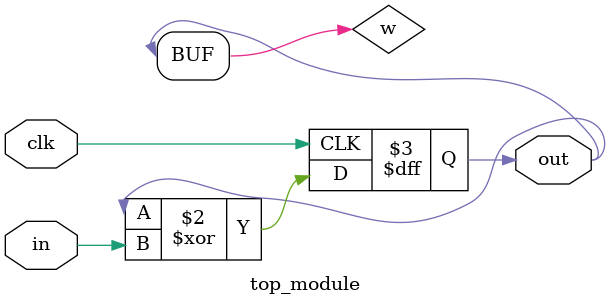
<source format=v>
module top_module (
    input clk,
    input in, 
    output reg out);

wire w;
assign w = out;
always @(posedge clk ) begin
    out <= w ^ in;
end

endmodule

</source>
